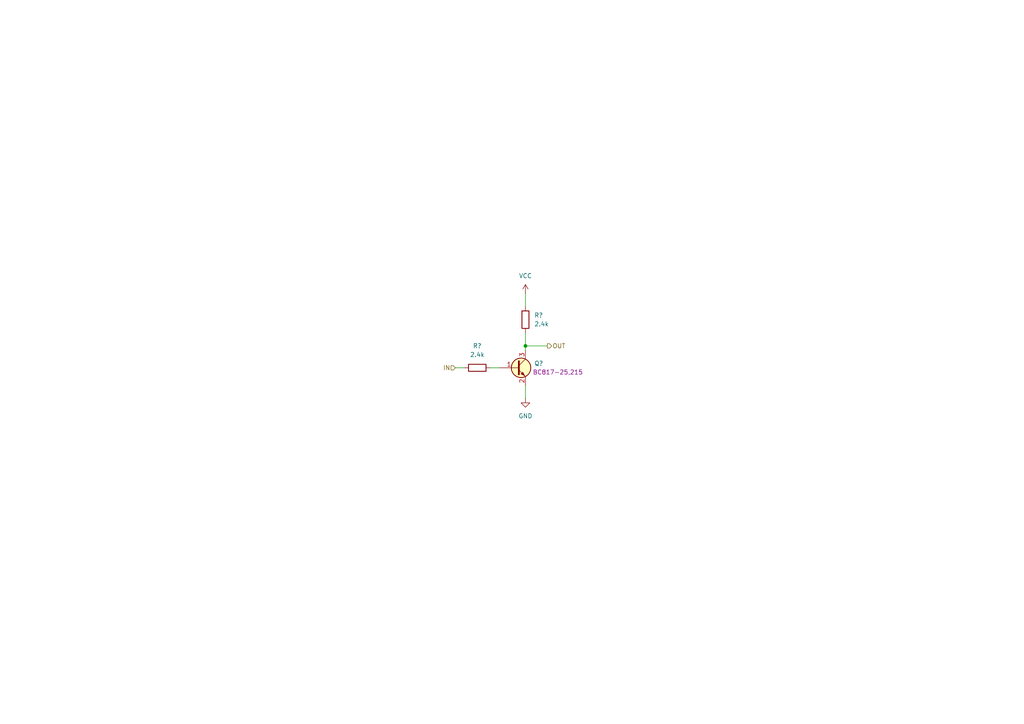
<source format=kicad_sch>
(kicad_sch
	(version 20250114)
	(generator "eeschema")
	(generator_version "9.0")
	(uuid "e17328de-3c60-4e8f-9f9b-3bd1344a1139")
	(paper "A4")
	(lib_symbols
		(symbol "Resistor_AKL:R_0603"
			(pin_numbers
				(hide yes)
			)
			(pin_names
				(offset 0)
			)
			(exclude_from_sim no)
			(in_bom yes)
			(on_board yes)
			(property "Reference" "R"
				(at 2.54 1.27 0)
				(effects
					(font
						(size 1.27 1.27)
					)
					(justify left)
				)
			)
			(property "Value" "R_0603"
				(at 2.54 -1.27 0)
				(effects
					(font
						(size 1.27 1.27)
					)
					(justify left)
				)
			)
			(property "Footprint" "Resistor_SMD_AKL:R_0603_1608Metric"
				(at 0 -11.43 0)
				(effects
					(font
						(size 1.27 1.27)
					)
					(hide yes)
				)
			)
			(property "Datasheet" "~"
				(at 0 0 0)
				(effects
					(font
						(size 1.27 1.27)
					)
					(hide yes)
				)
			)
			(property "Description" "SMD 0603 Chip Resistor, European Symbol, Alternate KiCad Library"
				(at 0 0 0)
				(effects
					(font
						(size 1.27 1.27)
					)
					(hide yes)
				)
			)
			(property "ki_keywords" "R res resistor eu SMD 0603"
				(at 0 0 0)
				(effects
					(font
						(size 1.27 1.27)
					)
					(hide yes)
				)
			)
			(property "ki_fp_filters" "R_*"
				(at 0 0 0)
				(effects
					(font
						(size 1.27 1.27)
					)
					(hide yes)
				)
			)
			(symbol "R_0603_0_1"
				(rectangle
					(start -1.016 2.54)
					(end 1.016 -2.54)
					(stroke
						(width 0.254)
						(type default)
					)
					(fill
						(type none)
					)
				)
			)
			(symbol "R_0603_0_2"
				(polyline
					(pts
						(xy -2.54 -2.54) (xy -1.524 -1.524)
					)
					(stroke
						(width 0)
						(type default)
					)
					(fill
						(type none)
					)
				)
				(polyline
					(pts
						(xy 1.524 1.524) (xy 2.54 2.54)
					)
					(stroke
						(width 0)
						(type default)
					)
					(fill
						(type none)
					)
				)
				(polyline
					(pts
						(xy 1.524 1.524) (xy 0.889 2.159) (xy -2.159 -0.889) (xy -0.889 -2.159) (xy 2.159 0.889) (xy 1.524 1.524)
					)
					(stroke
						(width 0.254)
						(type default)
					)
					(fill
						(type none)
					)
				)
			)
			(symbol "R_0603_1_1"
				(pin passive line
					(at 0 3.81 270)
					(length 1.27)
					(name "~"
						(effects
							(font
								(size 1.27 1.27)
							)
						)
					)
					(number "1"
						(effects
							(font
								(size 1.27 1.27)
							)
						)
					)
				)
				(pin passive line
					(at 0 -3.81 90)
					(length 1.27)
					(name "~"
						(effects
							(font
								(size 1.27 1.27)
							)
						)
					)
					(number "2"
						(effects
							(font
								(size 1.27 1.27)
							)
						)
					)
				)
			)
			(symbol "R_0603_1_2"
				(pin passive line
					(at -2.54 -2.54 0)
					(length 0)
					(name ""
						(effects
							(font
								(size 1.27 1.27)
							)
						)
					)
					(number "2"
						(effects
							(font
								(size 1.27 1.27)
							)
						)
					)
				)
				(pin passive line
					(at 2.54 2.54 180)
					(length 0)
					(name ""
						(effects
							(font
								(size 1.27 1.27)
							)
						)
					)
					(number "1"
						(effects
							(font
								(size 1.27 1.27)
							)
						)
					)
				)
			)
			(embedded_fonts no)
		)
		(symbol "Transistor_BJT_AKL:BFN26"
			(pin_names
				(hide yes)
			)
			(exclude_from_sim no)
			(in_bom yes)
			(on_board yes)
			(property "Reference" "Q"
				(at 5.08 1.27 0)
				(effects
					(font
						(size 1.27 1.27)
					)
					(justify left)
				)
			)
			(property "Value" "BFN26"
				(at 5.08 -1.27 0)
				(effects
					(font
						(size 1.27 1.27)
					)
					(justify left)
				)
			)
			(property "Footprint" "Package_TO_SOT_SMD_AKL:SOT-23"
				(at 5.08 2.54 0)
				(effects
					(font
						(size 1.27 1.27)
					)
					(hide yes)
				)
			)
			(property "Datasheet" "https://www.tme.eu/Document/43310f91a0e397761035f1d1abdd24c6/BFN24.pdf"
				(at 0 0 0)
				(effects
					(font
						(size 1.27 1.27)
					)
					(hide yes)
				)
			)
			(property "Description" "NPN SOT-23 high voltage transistor, 300V, 200mA, 360mW, Alternate KiCAD Library"
				(at 0 0 0)
				(effects
					(font
						(size 1.27 1.27)
					)
					(hide yes)
				)
			)
			(property "ki_keywords" "transistor NPN BFN26"
				(at 0 0 0)
				(effects
					(font
						(size 1.27 1.27)
					)
					(hide yes)
				)
			)
			(symbol "BFN26_0_1"
				(polyline
					(pts
						(xy 0.635 1.905) (xy 0.635 -1.905) (xy 0.635 -1.905)
					)
					(stroke
						(width 0.508)
						(type default)
					)
					(fill
						(type none)
					)
				)
				(polyline
					(pts
						(xy 0.635 0.635) (xy 2.54 2.54)
					)
					(stroke
						(width 0)
						(type default)
					)
					(fill
						(type none)
					)
				)
				(polyline
					(pts
						(xy 0.635 -0.635) (xy 2.54 -2.54) (xy 2.54 -2.54)
					)
					(stroke
						(width 0)
						(type default)
					)
					(fill
						(type none)
					)
				)
				(circle
					(center 1.27 0)
					(radius 2.8194)
					(stroke
						(width 0.254)
						(type default)
					)
					(fill
						(type background)
					)
				)
				(polyline
					(pts
						(xy 1.27 -1.778) (xy 1.778 -1.27) (xy 2.286 -2.286) (xy 1.27 -1.778) (xy 1.27 -1.778)
					)
					(stroke
						(width 0)
						(type default)
					)
					(fill
						(type outline)
					)
				)
			)
			(symbol "BFN26_1_1"
				(pin input line
					(at -5.08 0 0)
					(length 5.715)
					(name "B"
						(effects
							(font
								(size 1.27 1.27)
							)
						)
					)
					(number "1"
						(effects
							(font
								(size 1.27 1.27)
							)
						)
					)
				)
				(pin passive line
					(at 2.54 5.08 270)
					(length 2.54)
					(name "C"
						(effects
							(font
								(size 1.27 1.27)
							)
						)
					)
					(number "3"
						(effects
							(font
								(size 1.27 1.27)
							)
						)
					)
				)
				(pin passive line
					(at 2.54 -5.08 90)
					(length 2.54)
					(name "E"
						(effects
							(font
								(size 1.27 1.27)
							)
						)
					)
					(number "2"
						(effects
							(font
								(size 1.27 1.27)
							)
						)
					)
				)
			)
			(embedded_fonts no)
		)
		(symbol "power:GND"
			(power)
			(pin_numbers
				(hide yes)
			)
			(pin_names
				(offset 0)
				(hide yes)
			)
			(exclude_from_sim no)
			(in_bom yes)
			(on_board yes)
			(property "Reference" "#PWR"
				(at 0 -6.35 0)
				(effects
					(font
						(size 1.27 1.27)
					)
					(hide yes)
				)
			)
			(property "Value" "GND"
				(at 0 -3.81 0)
				(effects
					(font
						(size 1.27 1.27)
					)
				)
			)
			(property "Footprint" ""
				(at 0 0 0)
				(effects
					(font
						(size 1.27 1.27)
					)
					(hide yes)
				)
			)
			(property "Datasheet" ""
				(at 0 0 0)
				(effects
					(font
						(size 1.27 1.27)
					)
					(hide yes)
				)
			)
			(property "Description" "Power symbol creates a global label with name \"GND\" , ground"
				(at 0 0 0)
				(effects
					(font
						(size 1.27 1.27)
					)
					(hide yes)
				)
			)
			(property "ki_keywords" "global power"
				(at 0 0 0)
				(effects
					(font
						(size 1.27 1.27)
					)
					(hide yes)
				)
			)
			(symbol "GND_0_1"
				(polyline
					(pts
						(xy 0 0) (xy 0 -1.27) (xy 1.27 -1.27) (xy 0 -2.54) (xy -1.27 -1.27) (xy 0 -1.27)
					)
					(stroke
						(width 0)
						(type default)
					)
					(fill
						(type none)
					)
				)
			)
			(symbol "GND_1_1"
				(pin power_in line
					(at 0 0 270)
					(length 0)
					(name "~"
						(effects
							(font
								(size 1.27 1.27)
							)
						)
					)
					(number "1"
						(effects
							(font
								(size 1.27 1.27)
							)
						)
					)
				)
			)
			(embedded_fonts no)
		)
		(symbol "power:VCC"
			(power)
			(pin_numbers
				(hide yes)
			)
			(pin_names
				(offset 0)
				(hide yes)
			)
			(exclude_from_sim no)
			(in_bom yes)
			(on_board yes)
			(property "Reference" "#PWR"
				(at 0 -3.81 0)
				(effects
					(font
						(size 1.27 1.27)
					)
					(hide yes)
				)
			)
			(property "Value" "VCC"
				(at 0 3.556 0)
				(effects
					(font
						(size 1.27 1.27)
					)
				)
			)
			(property "Footprint" ""
				(at 0 0 0)
				(effects
					(font
						(size 1.27 1.27)
					)
					(hide yes)
				)
			)
			(property "Datasheet" ""
				(at 0 0 0)
				(effects
					(font
						(size 1.27 1.27)
					)
					(hide yes)
				)
			)
			(property "Description" "Power symbol creates a global label with name \"VCC\""
				(at 0 0 0)
				(effects
					(font
						(size 1.27 1.27)
					)
					(hide yes)
				)
			)
			(property "ki_keywords" "global power"
				(at 0 0 0)
				(effects
					(font
						(size 1.27 1.27)
					)
					(hide yes)
				)
			)
			(symbol "VCC_0_1"
				(polyline
					(pts
						(xy -0.762 1.27) (xy 0 2.54)
					)
					(stroke
						(width 0)
						(type default)
					)
					(fill
						(type none)
					)
				)
				(polyline
					(pts
						(xy 0 2.54) (xy 0.762 1.27)
					)
					(stroke
						(width 0)
						(type default)
					)
					(fill
						(type none)
					)
				)
				(polyline
					(pts
						(xy 0 0) (xy 0 2.54)
					)
					(stroke
						(width 0)
						(type default)
					)
					(fill
						(type none)
					)
				)
			)
			(symbol "VCC_1_1"
				(pin power_in line
					(at 0 0 90)
					(length 0)
					(name "~"
						(effects
							(font
								(size 1.27 1.27)
							)
						)
					)
					(number "1"
						(effects
							(font
								(size 1.27 1.27)
							)
						)
					)
				)
			)
			(embedded_fonts no)
		)
	)
	(junction
		(at 152.4 100.33)
		(diameter 0)
		(color 0 0 0 0)
		(uuid "e42bd58b-0e42-4571-8700-74e0a017b813")
	)
	(wire
		(pts
			(xy 152.4 100.33) (xy 158.75 100.33)
		)
		(stroke
			(width 0)
			(type default)
		)
		(uuid "132418a8-b8a9-43cc-9df3-064ea8590198")
	)
	(wire
		(pts
			(xy 152.4 111.76) (xy 152.4 115.57)
		)
		(stroke
			(width 0)
			(type default)
		)
		(uuid "2a00a337-468c-4f35-9f2a-dda8597e7f2d")
	)
	(wire
		(pts
			(xy 152.4 100.33) (xy 152.4 101.6)
		)
		(stroke
			(width 0)
			(type default)
		)
		(uuid "4c9f55e4-ae3c-4fef-b62d-b34890bb5b31")
	)
	(wire
		(pts
			(xy 132.08 106.68) (xy 134.62 106.68)
		)
		(stroke
			(width 0)
			(type default)
		)
		(uuid "5f55e256-6d7c-4441-aa3e-d354d51e7dbe")
	)
	(wire
		(pts
			(xy 152.4 85.09) (xy 152.4 88.9)
		)
		(stroke
			(width 0)
			(type default)
		)
		(uuid "7d18d3ab-b5c0-4551-a34a-9333c40c45f7")
	)
	(wire
		(pts
			(xy 142.24 106.68) (xy 144.78 106.68)
		)
		(stroke
			(width 0)
			(type default)
		)
		(uuid "80f4ca5e-2420-4df7-9595-28a8887607a7")
	)
	(wire
		(pts
			(xy 152.4 96.52) (xy 152.4 100.33)
		)
		(stroke
			(width 0)
			(type default)
		)
		(uuid "b515bab3-9bab-49d2-a151-c5e0554feda5")
	)
	(hierarchical_label "IN"
		(shape input)
		(at 132.08 106.68 180)
		(effects
			(font
				(size 1.27 1.27)
			)
			(justify right)
		)
		(uuid "3cbb3ce0-558b-405b-8bc7-3148565820e0")
	)
	(hierarchical_label "OUT"
		(shape output)
		(at 158.75 100.33 0)
		(effects
			(font
				(size 1.27 1.27)
			)
			(justify left)
		)
		(uuid "67e6b897-6690-488b-94c8-930c39ce152b")
	)
	(symbol
		(lib_id "Resistor_AKL:R_0603")
		(at 152.4 92.71 180)
		(unit 1)
		(exclude_from_sim no)
		(in_bom yes)
		(on_board yes)
		(dnp no)
		(fields_autoplaced yes)
		(uuid "11803a00-5ee0-44ce-8679-2398d772e1fc")
		(property "Reference" "R?"
			(at 154.94 91.4399 0)
			(effects
				(font
					(size 1.27 1.27)
				)
				(justify right)
			)
		)
		(property "Value" "2.4k"
			(at 154.94 93.9799 0)
			(effects
				(font
					(size 1.27 1.27)
				)
				(justify right)
			)
		)
		(property "Footprint" "Resistor_SMD_AKL:R_0603_1608Metric"
			(at 152.4 81.28 0)
			(effects
				(font
					(size 1.27 1.27)
				)
				(hide yes)
			)
		)
		(property "Datasheet" "~"
			(at 152.4 92.71 0)
			(effects
				(font
					(size 1.27 1.27)
				)
				(hide yes)
			)
		)
		(property "Description" "SMD 0603 Chip Resistor, European Symbol, Alternate KiCad Library"
			(at 152.4 92.71 0)
			(effects
				(font
					(size 1.27 1.27)
				)
				(hide yes)
			)
		)
		(pin "2"
			(uuid "ee2867ec-f214-47fe-bbea-6b673f5ba378")
		)
		(pin "1"
			(uuid "c4bb89a2-f4c9-4047-9efe-d06444b23af2")
		)
		(instances
			(project "PLC4UNI Richard"
				(path "/e17328de-3c60-4e8f-9f9b-3bd1344a1139"
					(reference "R?")
					(unit 1)
				)
			)
		)
	)
	(symbol
		(lib_id "power:VCC")
		(at 152.4 85.09 0)
		(unit 1)
		(exclude_from_sim no)
		(in_bom yes)
		(on_board yes)
		(dnp no)
		(fields_autoplaced yes)
		(uuid "8505da0c-23d6-4ab8-8180-e464ea9c6155")
		(property "Reference" "#PWR?"
			(at 152.4 88.9 0)
			(effects
				(font
					(size 1.27 1.27)
				)
				(hide yes)
			)
		)
		(property "Value" "VCC"
			(at 152.4 80.01 0)
			(effects
				(font
					(size 1.27 1.27)
				)
			)
		)
		(property "Footprint" ""
			(at 152.4 85.09 0)
			(effects
				(font
					(size 1.27 1.27)
				)
				(hide yes)
			)
		)
		(property "Datasheet" ""
			(at 152.4 85.09 0)
			(effects
				(font
					(size 1.27 1.27)
				)
				(hide yes)
			)
		)
		(property "Description" "Power symbol creates a global label with name \"VCC\""
			(at 152.4 85.09 0)
			(effects
				(font
					(size 1.27 1.27)
				)
				(hide yes)
			)
		)
		(pin "1"
			(uuid "4792fd0d-7353-40d0-aa13-60ca00567d5f")
		)
		(instances
			(project "PLC4UNI Richard"
				(path "/e17328de-3c60-4e8f-9f9b-3bd1344a1139"
					(reference "#PWR?")
					(unit 1)
				)
			)
		)
	)
	(symbol
		(lib_id "Resistor_AKL:R_0603")
		(at 138.43 106.68 90)
		(unit 1)
		(exclude_from_sim no)
		(in_bom yes)
		(on_board yes)
		(dnp no)
		(fields_autoplaced yes)
		(uuid "dd5e0215-cc49-45de-8dbc-ce4584bf8f15")
		(property "Reference" "R?"
			(at 138.43 100.33 90)
			(effects
				(font
					(size 1.27 1.27)
				)
			)
		)
		(property "Value" "2.4k"
			(at 138.43 102.87 90)
			(effects
				(font
					(size 1.27 1.27)
				)
			)
		)
		(property "Footprint" "Resistor_SMD_AKL:R_0603_1608Metric"
			(at 149.86 106.68 0)
			(effects
				(font
					(size 1.27 1.27)
				)
				(hide yes)
			)
		)
		(property "Datasheet" "~"
			(at 138.43 106.68 0)
			(effects
				(font
					(size 1.27 1.27)
				)
				(hide yes)
			)
		)
		(property "Description" "SMD 0603 Chip Resistor, European Symbol, Alternate KiCad Library"
			(at 138.43 106.68 0)
			(effects
				(font
					(size 1.27 1.27)
				)
				(hide yes)
			)
		)
		(pin "2"
			(uuid "bded2c1c-f373-4484-a58b-aade66ddaf02")
		)
		(pin "1"
			(uuid "71f8247b-df94-4fea-9d67-a6a4623025b4")
		)
		(instances
			(project "PLC4UNI Richard"
				(path "/e17328de-3c60-4e8f-9f9b-3bd1344a1139"
					(reference "R?")
					(unit 1)
				)
			)
		)
	)
	(symbol
		(lib_id "Transistor_BJT_AKL:BFN26")
		(at 149.86 106.68 0)
		(unit 1)
		(exclude_from_sim no)
		(in_bom yes)
		(on_board yes)
		(dnp no)
		(uuid "edb657ff-cd1e-4fd0-a685-4ac97da7cfa1")
		(property "Reference" "Q?"
			(at 154.94 105.4099 0)
			(effects
				(font
					(size 1.27 1.27)
				)
				(justify left)
			)
		)
		(property "Value" "BFN26"
			(at 154.94 107.9499 0)
			(effects
				(font
					(size 1.27 1.27)
				)
				(justify left)
				(hide yes)
			)
		)
		(property "Footprint" "Package_TO_SOT_SMD_AKL:SOT-23"
			(at 154.94 104.14 0)
			(effects
				(font
					(size 1.27 1.27)
				)
				(hide yes)
			)
		)
		(property "Datasheet" "https://www.tme.eu/Document/43310f91a0e397761035f1d1abdd24c6/BFN24.pdf"
			(at 149.86 106.68 0)
			(effects
				(font
					(size 1.27 1.27)
				)
				(hide yes)
			)
		)
		(property "Description" "NPN SOT-23 high voltage transistor, 300V, 200mA, 360mW, Alternate KiCAD Library"
			(at 149.86 106.68 0)
			(effects
				(font
					(size 1.27 1.27)
				)
				(hide yes)
			)
		)
		(property "Part number" "BC817-25,215"
			(at 161.798 107.95 0)
			(effects
				(font
					(size 1.27 1.27)
				)
			)
		)
		(pin "1"
			(uuid "5c4ce84b-3110-41f5-92f7-fe824f2443a2")
		)
		(pin "2"
			(uuid "a7345f45-46bf-4ded-9a24-19f512d428ed")
		)
		(pin "3"
			(uuid "2bb8fb14-e857-481b-874f-ddc33a7e750a")
		)
		(instances
			(project "PLC4UNI Richard"
				(path "/e17328de-3c60-4e8f-9f9b-3bd1344a1139"
					(reference "Q?")
					(unit 1)
				)
			)
		)
	)
	(symbol
		(lib_id "power:GND")
		(at 152.4 115.57 0)
		(unit 1)
		(exclude_from_sim no)
		(in_bom yes)
		(on_board yes)
		(dnp no)
		(fields_autoplaced yes)
		(uuid "f7d2b091-6a3d-4e4e-8688-42c938e23ccb")
		(property "Reference" "#PWR?"
			(at 152.4 121.92 0)
			(effects
				(font
					(size 1.27 1.27)
				)
				(hide yes)
			)
		)
		(property "Value" "GND"
			(at 152.4 120.65 0)
			(effects
				(font
					(size 1.27 1.27)
				)
			)
		)
		(property "Footprint" ""
			(at 152.4 115.57 0)
			(effects
				(font
					(size 1.27 1.27)
				)
				(hide yes)
			)
		)
		(property "Datasheet" ""
			(at 152.4 115.57 0)
			(effects
				(font
					(size 1.27 1.27)
				)
				(hide yes)
			)
		)
		(property "Description" "Power symbol creates a global label with name \"GND\" , ground"
			(at 152.4 115.57 0)
			(effects
				(font
					(size 1.27 1.27)
				)
				(hide yes)
			)
		)
		(pin "1"
			(uuid "38a23502-71b9-4906-92cf-8c307e44bd4a")
		)
		(instances
			(project "PLC4UNI Richard"
				(path "/e17328de-3c60-4e8f-9f9b-3bd1344a1139"
					(reference "#PWR?")
					(unit 1)
				)
			)
		)
	)
	(sheet_instances
		(path "/"
			(page "1")
		)
	)
	(embedded_fonts no)
)

</source>
